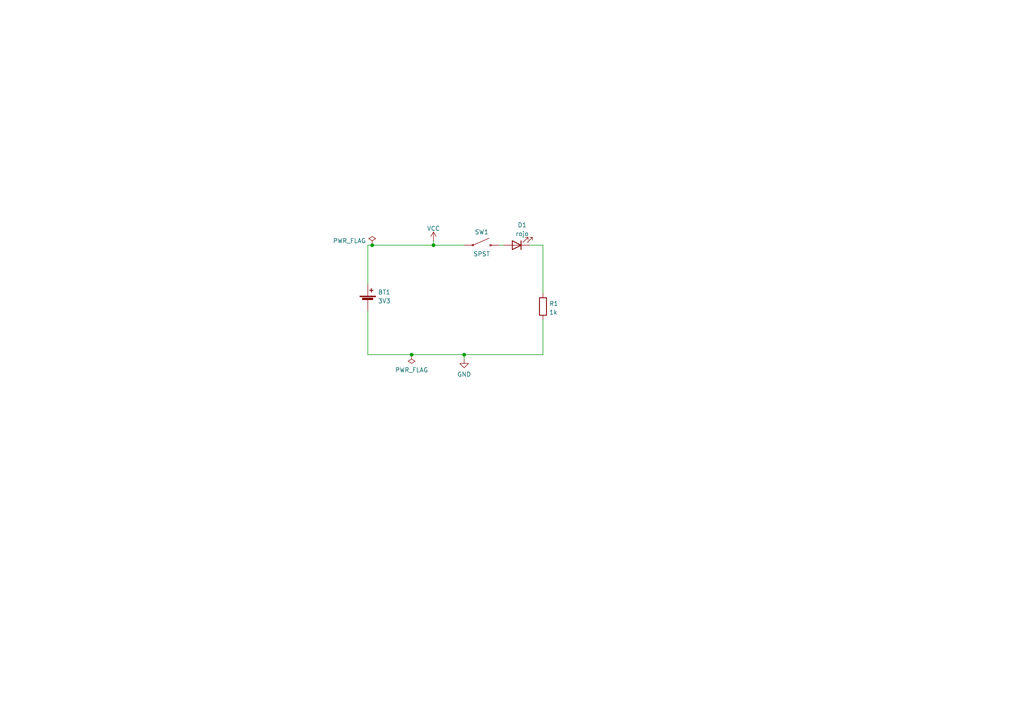
<source format=kicad_sch>
(kicad_sch (version 20211123) (generator eeschema)
  (paper "A4")
  (title_block (title "CursoKicad_CircularFab2022") (date "2022-06-01") (rev "V0") (company "Smart Open Lab. UEx."))
  (lib_symbols
    (symbol "Device:Battery_Cell" (pin_numbers hide) (pin_names (offset 0) hide)
      (property "Reference" "BT" (at 2.54 2.54 0))
      (property "Value" "Battery_Cell" (at 2.54 0 0))
      (symbol "Battery_Cell_0_1"
        (rectangle (start -2.286 1.778) (end 2.286 1.524) (fill (type outline)))
        (rectangle (start -1.5748 1.1938) (end 1.4732 0.6858) (fill (type outline)))
        (polyline (pts (xy 0 0.762) (xy 0 0)))
        (polyline (pts (xy 0 1.778) (xy 0 2.54)))
        (polyline (pts (xy 0.508 3.429) (xy 1.524 3.429)) (stroke (width 0.254)))
        (polyline (pts (xy 1.016 3.937) (xy 1.016 2.921)) (stroke (width 0.254)))
      )
      (symbol "Battery_Cell_1_1"
        (pin passive line (at 0 5.08 270) (length 2.54) (name "+") (number "1"))
        (pin passive line (at 0 -2.54 90) (length 2.54) (name "-") (number "2"))
      )
    )
    (symbol "Device:LED" (pin_numbers hide) (pin_names (offset 1.016) hide)
      (property "Reference" "D" (at 0 2.54 0))
      (property "Value" "LED" (at 0 -2.54 0))
      (symbol "LED_0_1"
        (polyline (pts (xy -1.27 -1.27) (xy -1.27 1.27)) (stroke (width 0.254)))
        (polyline (pts (xy -1.27 0) (xy 1.27 0)))
        (polyline (pts (xy 1.27 -1.27) (xy 1.27 1.27) (xy -1.27 0) (xy 1.27 -1.27)) (stroke (width 0.254)))
        (polyline (pts (xy -3.048 -0.762) (xy -4.572 -2.286) (xy -3.81 -2.286) (xy -4.572 -2.286) (xy -4.572 -1.524)))
        (polyline (pts (xy -1.778 -0.762) (xy -3.302 -2.286) (xy -2.54 -2.286) (xy -3.302 -2.286) (xy -3.302 -1.524)))
      )
      (symbol "LED_1_1"
        (pin passive line (at -3.81 0 0) (length 2.54) (name "K") (number "1"))
        (pin passive line (at 3.81 0 180) (length 2.54) (name "A") (number "2"))
      )
    )
    (symbol "Device:R" (pin_numbers hide) (pin_names (offset 0))
      (property "Reference" "R" (at 2.032 0 90))
      (property "Value" "R" (at 0 0 90))
      (symbol "R_0_1"
        (rectangle (start -1.016 -2.54) (end 1.016 2.54) (stroke (width 0.254)))
      )
      (symbol "R_1_1"
        (pin passive line (at 0 3.81 270) (length 1.27) (name "~") (number "1"))
        (pin passive line (at 0 -3.81 90) (length 1.27) (name "~") (number "2"))
      )
    )
    (symbol "curso_CircularFab_2022:Switch_Toogle_SPST_NKK_M2011S3Ax03" (pin_numbers hide) (pin_names hide)
      (property "Reference" "SW" (at -0.0508 4.0132 0))
      (property "Value" "Switch_Toogle_SPST_NKK_M2011S3Ax03" (at 0.1016 -2.794 0))
      (symbol "Switch_Toogle_SPST_NKK_M2011S3Ax03_0_1"
        (circle (center -2.54 0.0508) (radius 0.254) (stroke (width 0.1524)))
        (polyline (pts (xy -2.54 0) (xy 2.1336 2.032)) (stroke (width 0.1524)))
        (circle (center 2.5908 0) (radius 0.254) (stroke (width 0.1524)))
      )
      (symbol "Switch_Toogle_SPST_NKK_M2011S3Ax03_1_1"
        (pin passive line (at -5.08 0 0) (length 2.54) (name "A") (number "2"))
        (pin passive line (at 5.08 0 180) (length 2.54) (name "B") (number "3"))
      )
    )
    (symbol "power:GND" (power) (pin_names (offset 0))
      (property "Value" "GND" (at 0 -3.81 0))
      (symbol "GND_0_1"
        (polyline (pts (xy 0 0) (xy 0 -1.27) (xy 1.27 -1.27) (xy 0 -2.54) (xy -1.27 -1.27) (xy 0 -1.27)))
      )
      (symbol "GND_1_1"
        (pin power_in line (at 0 0 270) (length 0) hide (name "GND") (number "1"))
      )
    )
    (symbol "power:PWR_FLAG" (power) (pin_numbers hide) (pin_names (offset 0) hide)
      (property "Value" "PWR_FLAG" (at 0 3.81 0))
      (symbol "PWR_FLAG_0_0"
        (pin power_out line (at 0 0 90) (length 0) (name "pwr") (number "1"))
      )
      (symbol "PWR_FLAG_0_1"
        (polyline (pts (xy 0 0) (xy 0 1.27) (xy -1.016 1.905) (xy 0 2.54) (xy 1.016 1.905) (xy 0 1.27)))
      )
    )
    (symbol "power:VCC" (power) (pin_names (offset 0))
      (property "Value" "VCC" (at 0 3.81 0))
      (symbol "VCC_0_1"
        (polyline (pts (xy -0.762 1.27) (xy 0 2.54)))
        (polyline (pts (xy 0 0) (xy 0 2.54)))
        (polyline (pts (xy 0 2.54) (xy 0.762 1.27)))
      )
      (symbol "VCC_1_1"
        (pin power_in line (at 0 0 90) (length 0) hide (name "VCC") (number "1"))
      )
    )
  )
  (junction (at 134.62 102.87))
  (junction (at 119.38 102.87))
  (junction (at 125.73 71.12))
  (junction (at 107.95 71.12))
  (wire (pts (xy 153.67 71.12) (xy 157.48 71.12)))
  (wire (pts (xy 107.95 71.12) (xy 125.73 71.12)))
  (wire (pts (xy 144.78 71.12) (xy 146.05 71.12)))
  (wire (pts (xy 157.48 92.71) (xy 157.48 102.87)))
  (wire (pts (xy 125.73 71.12) (xy 134.62 71.12)))
  (wire (pts (xy 119.38 102.87) (xy 106.68 102.87)))
  (wire (pts (xy 134.62 102.87) (xy 119.38 102.87)))
  (wire (pts (xy 106.68 102.87) (xy 106.68 90.17)))
  (wire (pts (xy 125.73 69.85) (xy 125.73 71.12)))
  (wire (pts (xy 106.68 82.55) (xy 106.68 71.12)))
  (wire (pts (xy 134.62 102.87) (xy 134.62 104.14)))
  (wire (pts (xy 157.48 102.87) (xy 134.62 102.87)))
  (wire (pts (xy 106.68 71.12) (xy 107.95 71.12)))
  (wire (pts (xy 157.48 71.12) (xy 157.48 85.09)))
  (symbol (lib_id "Device:R") (at 157.48 88.9 0) (mirror y) (unit 1)
    (property "Reference" "R1" (at 159.258 88.0653 0) (effects (justify right)))
    (property "Value" "1k" (at 159.258 90.6022 0) (effects (justify right)))
    (property "Footprint" "Resistor_THT:R_Axial_DIN0207_L6.3mm_D2.5mm_P10.16mm_Horizontal" (effects hide))
  )
  (symbol (lib_id "Device:LED") (at 149.86 71.12 180) (unit 1)
    (property "Reference" "D1" (at 151.4475 65.2612 0))
    (property "Value" "rojo" (at 151.4475 67.7981 0))
    (property "Footprint" "LED_THT:LED_D5.0mm" (effects hide))
  )
  (symbol (lib_id "Device:Battery_Cell") (at 106.68 87.63 0) (unit 1)
    (property "Reference" "BT1" (at 109.601 84.7633 0) (effects (justify left)))
    (property "Value" "3V3" (at 109.601 87.3002 0) (effects (justify left)))
    (property "Footprint" "Battery:BatteryHolder_Keystone_1058_1x2032" (effects hide))
  )
  (symbol (lib_id "power:GND") (at 134.62 104.14 0) (unit 1)
    (property "Reference" "#PWR02" (effects hide))
    (property "Value" "GND" (at 134.62 108.5834 0))
  )
  (symbol (lib_id "power:PWR_FLAG") (at 119.38 102.87 180) (unit 1)
    (property "Reference" "#FLG02" (effects hide))
    (property "Value" "PWR_FLAG" (at 119.38 107.3134 0))
  )
  (symbol (lib_id "power:PWR_FLAG") (at 107.95 71.12 0) (unit 1)
    (property "Reference" "#FLG01" (effects hide))
    (property "Value" "PWR_FLAG" (at 96.52 69.85 0) (effects (justify left)))
  )
  (symbol (lib_id "power:VCC") (at 125.73 69.85 0) (unit 1)
    (property "Reference" "#PWR01" (effects hide))
    (property "Value" "VCC" (at 125.73 66.2742 0))
  )
  (symbol (lib_id "curso_CircularFab_2022:Switch_Toogle_SPST_NKK_M2011S3Ax03") (at 139.7 71.12 0) (unit 1)
    (property "Reference" "SW1" (at 139.7 67.31 0))
    (property "Value" "SPST" (at 139.7 73.66 0))
    (property "Footprint" "curso_CircularFab_2022:Switch_Toogle_SPST_NKK_M2011S3Ax03" (effects hide))
  )
)
</source>
